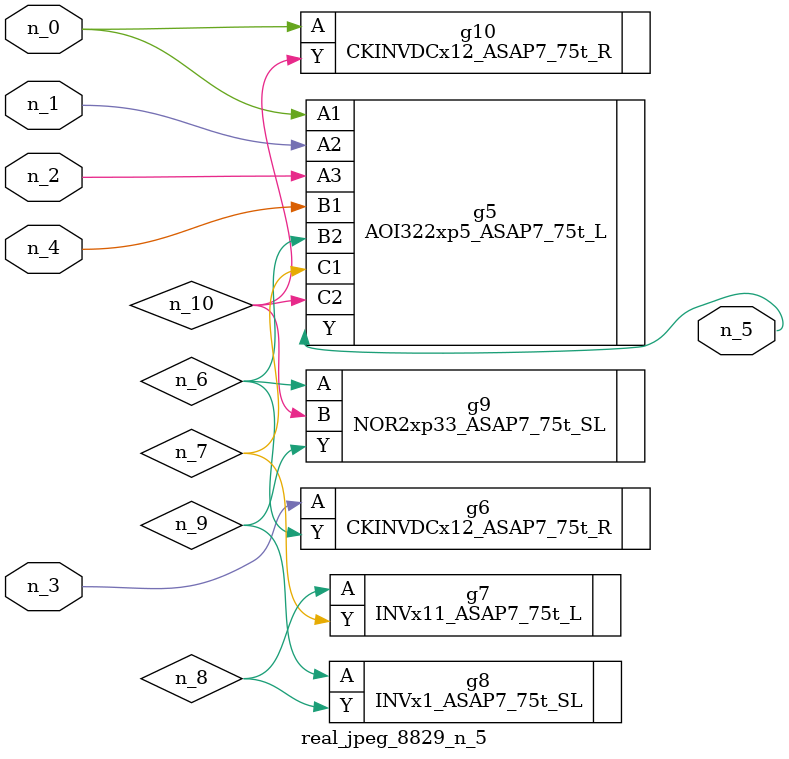
<source format=v>
module real_jpeg_8829_n_5 (n_4, n_0, n_1, n_2, n_3, n_5);

input n_4;
input n_0;
input n_1;
input n_2;
input n_3;

output n_5;

wire n_8;
wire n_6;
wire n_7;
wire n_10;
wire n_9;

AOI322xp5_ASAP7_75t_L g5 ( 
.A1(n_0),
.A2(n_1),
.A3(n_2),
.B1(n_4),
.B2(n_6),
.C1(n_7),
.C2(n_10),
.Y(n_5)
);

CKINVDCx12_ASAP7_75t_R g10 ( 
.A(n_0),
.Y(n_10)
);

CKINVDCx12_ASAP7_75t_R g6 ( 
.A(n_3),
.Y(n_6)
);

NOR2xp33_ASAP7_75t_SL g9 ( 
.A(n_6),
.B(n_10),
.Y(n_9)
);

INVx11_ASAP7_75t_L g7 ( 
.A(n_8),
.Y(n_7)
);

INVx1_ASAP7_75t_SL g8 ( 
.A(n_9),
.Y(n_8)
);


endmodule
</source>
